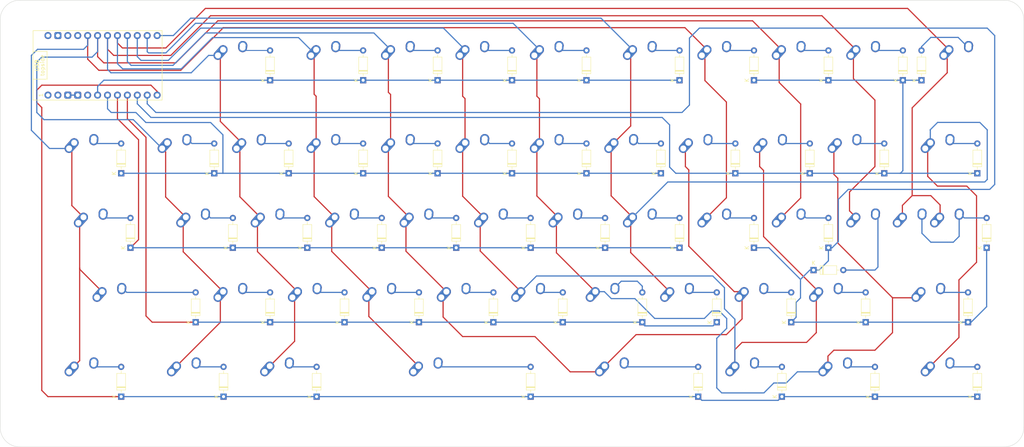
<source format=kicad_pcb>
(kicad_pcb (version 20221018) (generator pcbnew)
  (layers (0 "F.Cu" signal) (31 "B.Cu" signal) (34 "B.Paste" user) (35 "F.Paste" user) (36 "B.SilkS" user "B.Silkscreen") (37 "F.SilkS" user "F.Silkscreen") (38 "B.Mask" user) (39 "F.Mask" user) (44 "Edge.Cuts" user))
  (net 0 "")
  (net 1 "ROW0")
  (net 2 "Net-(D1-A)")
  (net 3 "COL0")
  (net 9 "Net-(D2-A)")
  (net 10 "COL1")
  (net 11 "Net-(D3-A)")
  (net 12 "Net-(D4-A)")
  (net 13 "Net-(D5-A)")
  (net 14 "Net-(D6-A)")
  (net 15 "ROW4")
  (net 16 "Net-(D7-A)")
  (net 17 "Net-(D8-A)")
  (net 18 "Net-(D9-A)")
  (net 19 "Net-(D10-A)")
  (net 20 "COL2")
  (net 21 "COL3")
  (net 22 "COL4")
  (net 23 "COL5")
  (net 24 "COL6")
  (net 25 "COL7")
  (net 26 "GND")
  (net 28 "ROW1")
  (net 29 "ROW2")
  (net 30 "ROW3")
  (net 31 "ROW5")
  (net 32 "ROW6")
  (net 33 "+5V")
  (net 34 "Net-(D11-A)")
  (net 35 "Net-(D12-A)")
  (net 36 "Net-(D13-A)")
  (net 37 "Net-(D14-A)")
  (net 38 "Net-(D15-A)")
  (net 39 "Net-(D16-A)")
  (net 40 "Net-(D17-A)")
  (net 41 "Net-(D18-A)")
  (net 42 "Net-(D19-A)")
  (net 43 "Net-(D20-A)")
  (net 44 "Net-(D21-A)")
  (net 45 "Net-(D22-A)")
  (net 46 "Net-(D23-A)")
  (net 47 "Net-(D24-A)")
  (net 48 "Net-(D25-A)")
  (net 49 "Net-(D26-A)")
  (net 50 "Net-(D27-A)")
  (net 51 "Net-(D28-A)")
  (net 52 "Net-(D29-A)")
  (net 53 "Net-(D30-A)")
  (net 54 "Net-(D31-A)")
  (net 55 "Net-(D32-A)")
  (net 56 "Net-(D33-A)")
  (net 57 "Net-(D34-A)")
  (net 58 "Net-(D35-A)")
  (net 59 "Net-(D36-A)")
  (net 60 "Net-(D37-A)")
  (net 61 "Net-(D38-A)")
  (net 62 "Net-(D39-A)")
  (net 63 "Net-(D40-A)")
  (net 64 "Net-(D41-A)")
  (net 65 "Net-(D42-A)")
  (net 66 "Net-(D43-A)")
  (net 67 "Net-(D44-A)")
  (net 68 "Net-(D45-A)")
  (net 69 "Net-(D46-A)")
  (net 70 "Net-(D47-A)")
  (net 71 "Net-(D48-A)")
  (net 72 "Net-(D49-A)")
  (net 73 "Net-(D50-A)")
  (net 74 "Net-(D51-A)")
  (net 75 "Net-(D52-A)")
  (net 76 "Net-(D53-A)")
  (footprint "Diode_THT:D_DO-35_SOD27_P7.62mm_Horizontal" (layer "F.Cu") (at 147.6375 65.7225 90)
    (fp_text reference "D16" hide)
    (fp_text value "1N4148" hide)
  )
  (footprint "Diode_THT:D_DO-35_SOD27_P7.62mm_Horizontal" (layer "F.Cu") (at 128.5875 65.7225 90)
    (fp_text reference "D15" hide)
    (fp_text value "1N4148" hide)
  )
  (footprint "Diode_THT:D_DO-35_SOD27_P7.62mm_Horizontal" (layer "F.Cu") (at 185.7375 65.7225 90)
    (fp_text reference "D18" hide)
    (fp_text value "1N4148" hide)
  )
  (footprint "Diode_THT:D_DO-35_SOD27_P7.62mm_Horizontal" (layer "F.Cu") (at 128.5875 41.91 90)
    (fp_text reference "D3" hide)
    (fp_text value "1N4148" hide)
  )
  (footprint "Diode_THT:D_DO-35_SOD27_P7.62mm_Horizontal" (layer "F.Cu") (at 166.6875 65.7225 90)
    (fp_text reference "D17" hide)
    (fp_text value "1N4148" hide)
  )
  (footprint "MX_Alps_Hybrid:MX-Alps-Hybrid-1U" (layer "F.Cu") (at 114.3 100.0125)
    (fp_text reference "MX38")
    (fp_text value "MX" hide)
  )
  (footprint "Diode_THT:D_DO-35_SOD27_P7.62mm_Horizontal" (layer "F.Cu") (at 47.625 122.8725 90)
    (fp_text reference "D46" hide)
    (fp_text value "1N4148" hide)
  )
  (footprint "MX_Alps_Hybrid:MX-Alps-Hybrid-1U" (layer "F.Cu") (at 238.125 80.9625)
    (fp_text reference "MX33")
    (fp_text value "MX")
  )
  (footprint "MX_Alps_Hybrid:MX-Alps-Hybrid-1U" (layer "F.Cu") (at 152.4 100.0125)
    (fp_text reference "MX40")
    (fp_text value "MX" hide)
  )
  (footprint "Diode_THT:D_DO-35_SOD27_P7.62mm_Horizontal" (layer "F.Cu") (at 209.55 41.91 90)
    (fp_text reference "D7" hide)
    (fp_text value "1N4148" hide)
  )
  (footprint "Diode_THT:D_DO-35_SOD27_P7.62mm_Horizontal" (layer "F.Cu") (at 190.5 84.7725 90)
    (fp_text reference "D30" hide)
    (fp_text value "1N4148" hide)
  )
  (footprint "Diode_THT:D_DO-35_SOD27_P7.62mm_Horizontal" (layer "F.Cu") (at 180.975 103.8225 90)
    (fp_text reference "D41" hide)
    (fp_text value "1N4148" hide)
  )
  (footprint "Diode_THT:D_DO-35_SOD27_P7.62mm_Horizontal" (layer "F.Cu") (at 166.6875 41.91 90)
    (fp_text reference "D5" hide)
    (fp_text value "1N4148" hide)
  )
  (footprint "Diode_THT:D_DO-35_SOD27_P7.62mm_Horizontal" (layer "F.Cu") (at 95.25 84.7725 90)
    (fp_text reference "D25" hide)
    (fp_text value "1N4148" hide)
  )
  (footprint "Diode_THT:D_DO-35_SOD27_P7.62mm_Horizontal" (layer "F.Cu") (at 85.725 41.91 90)
    (fp_text reference "D1" hide)
    (fp_text value "1N4148" hide)
  )
  (footprint "Diode_THT:D_DO-35_SOD27_P7.62mm_Horizontal" (layer "F.Cu") (at 240.50625 122.8725 90)
    (fp_text reference "D52" hide)
    (fp_text value "1N4148" hide)
  )
  (footprint "Diode_THT:D_DO-35_SOD27_P7.62mm_Horizontal" (layer "F.Cu") (at 264.31875 103.8225 90)
    (fp_text reference "D45" hide)
    (fp_text value "1N4148" hide)
  )
  (footprint "MX_Alps_Hybrid:MX-Alps-Hybrid-1U" (layer "F.Cu") (at 161.925 80.9625)
    (fp_text reference "MX29")
    (fp_text value "MX")
  )
  (footprint "MX_Alps_Hybrid:MX-Alps-Hybrid-1U" (layer "F.Cu") (at 238.125 38.1)
    (fp_text reference "MX9")
    (fp_text value "MX" hide)
  )
  (footprint "MX_Alps_Hybrid:MX-Alps-Hybrid-2.75U-ReversedStabilizers" (layer "F.Cu") (at 126.20625 119.0625)
    (fp_text reference "MX49")
    (fp_text value "MX" hide)
  )
  (footprint "Diode_THT:D_DO-35_SOD27_P7.62mm_Horizontal" (layer "F.Cu") (at 133.35 84.7725 90)
    (fp_text reference "D27" hide)
    (fp_text value "1N4148" hide)
  )
  (footprint "Diode_THT:D_DO-35_SOD27_P7.62mm_Horizontal" (layer "F.Cu") (at 73.81875 122.8725 90)
    (fp_text reference "D47" hide)
    (fp_text value "1N4148" hide)
  )
  (footprint "Diode_THT:D_DO-35_SOD27_P7.62mm_Horizontal" (layer "F.Cu") (at 223.8375 65.7225 90)
    (fp_text reference "D20" hide)
    (fp_text value "1N4148" hide)
  )
  (footprint "MX_Alps_Hybrid:MX-Alps-Hybrid-1U" (layer "F.Cu") (at 180.975 80.9625)
    (fp_text reference "MX30")
    (fp_text value "MX" hide)
  )
  (footprint "Diode_THT:D_DO-35_SOD27_P7.62mm_Horizontal" (layer "F.Cu") (at 266.7 122.8725 90)
    (fp_text reference "D53" hide)
    (fp_text value "1N4148" hide)
  )
  (footprint "Diode_THT:D_DO-35_SOD27_P7.62mm_Horizontal" (layer "F.Cu") (at 114.3 84.7725 90)
    (fp_text reference "D26" hide)
    (fp_text value "1N4148" hide)
  )
  (footprint "Diode_THT:D_DO-35_SOD27_P7.62mm_Horizontal" (layer "F.Cu") (at 224.79 90.4875)
    (fp_text reference "D33" hide)
    (fp_text value "1N4148" hide)
  )
  (footprint "Diode_THT:D_DO-35_SOD27_P7.62mm_Horizontal" (layer "F.Cu") (at 195.2625 122.8725 90)
    (fp_text reference "D50" hide)
    (fp_text value "1N4148" hide)
  )
  (footprint "MX_Alps_Hybrid:MX-Alps-Hybrid-1U" (layer "F.Cu") (at 180.975 38.1)
    (fp_text reference "MX6")
    (fp_text value "MX" hide)
  )
  (footprint "MX_Alps_Hybrid:MX-Alps-Hybrid-1.25U" (layer "F.Cu") (at 230.98125 119.0625)
    (fp_text reference "MX52")
    (fp_text value "MX" hide)
  )
  (footprint "MX_Alps_Hybrid:MX-Alps-Hybrid-1U" (layer "F.Cu") (at 123.825 80.9625)
    (fp_text reference "MX27")
    (fp_text value "MX" hide)
  )
  (footprint "MX_Alps_Hybrid:MX-Alps-Hybrid-1U" (layer "F.Cu") (at 261.9375 38.1)
    (fp_text reference "MX10")
    (fp_text value "MX" hide)
  )
  (footprint "Diode_THT:D_DO-35_SOD27_P7.62mm_Horizontal" (layer "F.Cu") (at 123.825 103.8225 90)
    (fp_text reference "D38" hide)
    (fp_text value "1N4148" hide)
  )
  (footprint "Diode_THT:D_DO-35_SOD27_P7.62mm_Horizontal" (layer "F.Cu") (at 50.00625 84.7725 90)
    (fp_text reference "D23" hide)
    (fp_text value "1N4148" hide)
  )
  (footprint "Diode_THT:D_DO-35_SOD27_P7.62mm_Horizontal" (layer "F.Cu") (at 47.625 65.7225 90)
    (fp_text reference "D11" hide)
    (fp_text value "1N4148" hide)
  )
  (footprint "MX_Alps_Hybrid:MX-Alps-Hybrid-1U" (layer "F.Cu") (at 200.025 80.9625)
    (fp_text reference "MX31")
    (fp_text value "MX" hide)
  )
  (footprint "Diode_THT:D_DO-35_SOD27_P7.62mm_Horizontal" (layer "F.Cu") (at 66.675 103.8225 90)
    (fp_text reference "D35" hide)
    (fp_text value "1N4148" hide)
  )
  (footprint "MountingHole:MountingHole_2.2mm_M2" (layer "F.Cu") (at 273.84375 26.19375)
    (fp_text reference "REF**" hide)
    (fp_text value "MountingHole_2.2mm_M2" hide)
  )
  (footprint "MX_Alps_Hybrid:MX-Alps-Hybrid-1U" (layer "F.Cu") (at 95.25 100.0125)
    (fp_text reference "MX37")
    (fp_text value "MX" hide)
  )
  (footprint "Diode_THT:D_DO-35_SOD27_P7.62mm_Horizontal" (layer "F.Cu") (at 97.63125 122.8725 90)
    (fp_text reference "D48" hide)
    (fp_text value "1N4148" hide)
  )
  (footprint "Diode_THT:D_DO-35_SOD27_P7.62mm_Horizontal" (layer "F.Cu") (at 90.4875 65.7225 90)
    (fp_text reference "D13" hide)
    (fp_text value "1N4148" hide)
  )
  (footprint "Diode_THT:D_DO-35_SOD27_P7.62mm_Horizontal" (layer "F.Cu") (at 104.775 103.8225 90)
    (fp_text reference "D37" hide)
    (fp_text value "1N4148" hide)
  )
  (footprint "Diode_THT:D_DO-35_SOD27_P7.62mm_Horizontal" (layer "F.Cu") (at 200.025 103.8225 90)
    (fp_text reference "D42" hide)
    (fp_text value "1N4148" hide)
  )
  (footprint "MX_Alps_Hybrid:MX-Alps-Hybrid-1U" (layer "F.Cu") (at 190.5 100.0125)
    (fp_text reference "MX42")
    (fp_text value "MX" hide)
  )
  (footprint "MX_Alps_Hybrid:MX-Alps-Hybrid-1U" (layer "F.Cu") (at 157.1625 38.1)
    (fp_text reference "MX5")
    (fp_text value "MX" hide)
  )
  (footprint "Diode_THT:D_DO-35_SOD27_P7.62mm_Horizontal" (layer "F.Cu") (at 142.875 103.8225 90)
    (fp_text reference "D39" hide)
    (fp_text value "1N4148" hide)
  )
  (footprint "MX_Alps_Hybrid:MX-Alps-Hybrid-1U" (layer "F.Cu") (at 138.1125 61.9125)
    (fp_text reference "MX16")
    (fp_text value "MX" hide)
  )
  (footprint "MX_Alps_Hybrid:MX-Alps-Hybrid-1U" (layer "F.Cu") (at 133.35 100.0125)
    (fp_text reference "MX39")
    (fp_text value "MX" hide)
  )
  (footprint "Diode_THT:D_DO-35_SOD27_P7.62mm_Horizontal" (layer "F.Cu") (at 266.7 65.7225 90)
    (fp_text reference "D22" hide)
    (fp_text value "1N4148" hide)
  )
  (footprint "Diode_THT:D_DO-35_SOD27_P7.62mm_Horizontal" (layer "F.Cu") (at 238.125 103.8225 90)
    (fp_text reference "D44" hide)
    (fp_text value "1N4148" hide)
  )
  (footprint "Diode_THT:D_DO-35_SOD27_P7.62mm_Horizontal" (layer "F.Cu") (at 209.55 84.7725 90)
    (fp_text reference "D31" hide)
    (fp_text value "1N4148" hide)
  )
  (footprint "Diode_THT:D_DO-35_SOD27_P7.62mm_Horizontal" (layer "F.Cu") (at 242.8875 65.7225 90)
    (fp_text reference "D21" hide)
    (fp_text value "1N4148" hide)
  )
  (footprint "Diode_THT:D_DO-35_SOD27_P7.62mm_Horizontal" (layer "F.Cu") (at 171.45 84.7725 90)
    (fp_text reference "D29" hide)
    (fp_text value "1N4148" hide)
  )
  (footprint "MountingHole:MountingHole_2.2mm_M2" (layer "F.Cu") (at 273.84375 130.96875)
    (fp_text reference "REF**" hide)
    (fp_text value "MountingHole_2.2mm_M2" hide)
  )
  (footprint "MX_Alps_Hybrid:MX-Alps-Hybrid-1.25U" (layer "F.Cu") (at 207.16875 119.0625)
    (fp_text reference "MX51")
    (fp_text value "MX" hide)
  )
  (footprint "Diode_THT:D_DO-35_SOD27_P7.62mm_Horizontal" (layer "F.Cu") (at 252.4125 41.91 90)
    (fp_text reference "D10" hide)
    (fp_text value "1N4148" hide)
  )
  (footprint "MX_Alps_Hybrid:MX-Alps-Hybrid-1.5U" (layer "F.Cu") (at 257.175 61.9125)
    (fp_text reference "MX22")
    (fp_text value "MX" hide)
  )
  (footprint "MX_Alps_Hybrid:MX-Alps-Hybrid-1U" (layer "F.Cu") (at 219.075 38.1)
    (fp_text reference "MX8")
    (fp_text value "MX" hide)
  )
  (footprint "Diode_THT:D_DO-35_SOD27_P7.62mm_Horizontal" (layer "F.Cu") (at 109.5375 65.7225 90)
    (fp_text reference "D14" hide)
    (fp_text value "1N4148" hide)
  )
  (footprint "MX_Alps_Hybrid:MX-Alps-Hybrid-1U" (layer "F.Cu") (at 142.875 80.9625)
    (fp_text reference "MX28")
    (fp_text value "MX")
  )
  (footprint "Diode_THT:D_DO-35_SOD27_P7.62mm_Horizontal" (layer "F.Cu") (at 152.4 122.8725 90)
    (fp_text reference "D49" hide)
    (fp_text value "1N4148" hide)
  )
  (footprint "Diode_THT:D_DO-35_SOD27_P7.62mm_Horizontal" (layer "F.Cu") (at 71.4375 65.7225 90)
    (fp_text reference "D12" hide)
    (fp_text value "1N4148" hide)
  )
  (footprint "MX_Alps_Hybrid:MX-Alps-Hybrid-1.25U" (layer "F.Cu") (at 64.29375 119.0625)
    (fp_text reference "MX47")
    (fp_text value "MX" hide)
  )
  (footprint "MX_Alps_Hybrid:MX-Alps-Hybrid-1U" (layer "F.Cu") (at 219.075 80.9625)
    (fp_text reference "MX32")
    (fp_text value "MX" hide)
  )
  (footprint "Diode_THT:D_DO-35_SOD27_P7.62mm_Horizontal" (layer "F.Cu") (at 228.6 41.91 90)
    (fp_text reference "D8" hide)
    (fp_text value "1N4148" hide)
  )
  (footprint "Diode_THT:D_DO-35_SOD27_P7.62mm_Horizontal" (layer "F.Cu") (at 85.725 103.8225 90)
    (fp_text reference "D36" hide)
    (fp_text value "1N4148" hide)
  )
  (footprint "MX_Alps_Hybrid:MX-Alps-Hybrid-1U" (layer "F.Cu") (at 233.3625 61.9125)
    (fp_text reference "MX21")
    (fp_text value "MX" hide)
  )
  (footprint "MX_Alps_Hybrid:MX-Alps-Hybrid-1.75U" (layer "F.Cu") (at 254.79375 100.0125)
    (fp_text reference "MX45")
    (fp_text value "MX" hide)
  )
  (footprint "MX_Alps_Hybrid:MX-Alps-Hybrid-1U" (layer "F.Cu") (at 61.9125 61.9125)
    (fp_text reference "MX12")
    (fp_text value "MX" hide)
  )
  (footprint "MX_Alps_Hybrid:MX-Alps-Hybrid-1U" (layer "F.Cu") (at 66.675 80.9625)
    (fp_text reference "MX24")
    (fp_text value "MX")
  )
  (footprint "Diode_THT:D_DO-35_SOD27_P7.62mm_Horizontal" (layer "F.Cu") (at 269.08125 84.7725 90)
    (fp_text reference "D34" hide)
    (fp_text value "1N4148" hide)
  )
  (footprint "Diode_THT:D_DO-35_SOD27_P7.62mm_Horizontal" (layer "F.Cu") (at 247.65 41.91 90)
    (fp_text reference "D9" hide)
    (fp_text value "1N4148" hide)
  )
  (footprint "Diode_THT:D_DO-35_SOD27_P7.62mm_Horizontal" (layer "F.Cu") (at 190.5 41.91 90)
    (fp_text reference "D6" hide)
    (fp_text value "1N4148" hide)
  )
  (footprint "MX_Alps_Hybrid:MX-Alps-Hybrid-2.25U-ReversedStabilizers" (layer "F.Cu") (at 45.24375 100.0125)
    (fp_text reference "MX35")
    (fp_text value "MX" hide)
  )
  (footprint "MX_Alps_Hybrid:MX-Alps-Hybrid-1U" (layer "F.Cu") (at 195.2625 61.9125)
    (fp_text reference "MX19")
    (fp_text value "MX" hide)
  )
  (footprint "MX_Alps_Hybrid:MX-Alps-Hybrid-2.25U-ReversedStabilizers" (layer "F.Cu") (at 173.83125 119.0625)
    (fp_text reference "MX50")
    (fp_text value "MX" hide)
  )
  (footprint "MX_Alps_Hybrid:MX-Alps-Hybrid-1U" (layer "F.Cu") (at 157.1625 61.9125)
    (fp_text reference "MX17")
    (fp_text value "MX" hide)
  )
  (footprint "MX_Alps_Hybrid:MX-Alps-Hybrid-1U" (layer "F.Cu") (at 100.0125 61.9125)
    (fp_text reference "MX14")
    (fp_text value "MX" hide)
  )
  (footprint "Diode_THT:D_DO-35_SOD27_P7.62mm_Horizontal" (layer "F.Cu") (at 216.69375 122.8725 90)
    (fp_text reference "D51" hide)
    (fp_text value "1N4148" hide)
  )
  (footprint "MountingHole:MountingHole_2.2mm_M2" (layer "F.Cu") (at 21.43125 130.96875)
    (fp_text reference "REF**" hide)
    (fp_text value "MountingHole_2.2mm_M2" hide)
  )
  (footprint "MX_Alps_Hybrid:MX-Alps-Hybrid-1U" (layer "F.Cu") (at 104.775 80.9625)
    (fp_text reference "MX26")
    (fp_text value "MX" hide)
  )
  (footprint "MX_Alps_Hybrid:MX-Alps-Hybrid-1U" (layer "F.Cu") (at 176.2125 61.9125)
    (fp_text reference "MX18")
    (fp_text value "MX" hide)
  )
  (footprint "MX_Alps_Hybrid:MX-Alps-Hybrid-1U" (layer "F.Cu") (at 119.0625 38.1)
    (fp_text reference "MX3")
    (fp_text value "MX" hide)
  )
  (footprint "MX_Alps_Hybrid:MX-Alps-Hybrid-2.25U-ReversedStabilizers" (layer "F.Cu") (at 250.03125 80.9625)
    (fp_text reference "MX34-1")
    (fp_text value "MX")
  )
  (footprint "MX_Alps_Hybrid:MX-Alps-Hybrid-1U" (layer "F.Cu") (at 214.3125 61.9125)
    (fp_text reference "MX20")
    (fp_text value "MX" hide)
  )
  (footprint "MX_Alps_Hybrid:MX-Alps-Hybrid-1.25U" (layer "F.Cu") (at 259.55625 80.9625)
    (fp_text reference "MX34")
    (fp_text value "MX" hide)
  )
  (footprint "MX_Alps_Hybrid:MX-Alps-Hybrid-1U" (layer "F.Cu") (at 100.0125 38.1)
    (fp_text reference "MX2")
    (fp_text value "MX" hide)
  )
  (footprint "Diode_THT:D_DO-35_SOD27_P7.62mm_Horizontal" (layer "F.Cu") (at 204.7875 65.7225 90)
    (fp_text reference "D19" hide)
    (fp_text value "1N4148" hide)
  )
  (footprint "MX_Alps_Hybrid:MX-Alps-Hybrid-1U" (layer "F.Cu") (at 76.2 38.1)
    (fp_text reference "MX1")
    (fp_text value "MX" hide)
  )
  (footprint "Diode_THT:D_DO-35_SOD27_P7.62mm_Horizontal" (layer "F.Cu") (at 228.6 84.7725 90)
    (fp_text reference "D32" hide)
    (fp_text value "1N4148" hide)
  )
  (footprint "Diode_THT:D_DO-35_SOD27_P7.62mm_Horizontal" (layer "F.Cu") (at 76.2 84.7725 90)
    (fp_text reference "D24" hide)
    (fp_text value "1N4148" hide)
  )
  (footprint "MX_Alps_Hybrid:MX-Alps-Hybrid-1.75U" (layer "F.Cu") (at 40.48125 80.9625)
    (fp_text reference "MX23")
    (fp_text value "MX" hide)
  )
  (footprint "MX_Alps_Hybrid:MX-Alps-Hybrid-1U" (layer "F.Cu") (at 200.025 38.1)
    (fp_text reference "MX7")
    (fp_text value "MX" hide)
  )
  (footprint "MX_Alps_Hybrid:MX-Alps-Hybrid-1U" (layer "F.Cu") (at 138.1125 38.1)
    (fp_text reference "MX4")
    (fp_text value "MX" hide)
  )
  (footprint "PCM_marbastlib-xp-promicroish:ProMicro_USBup" (layer "F.Cu") (at 42.8625 38.1 90)
    (fp_text reference "U1" hide)
    (fp_text value "ProMicro" hide)
  )
  (footprint "MX_Alps_Hybrid:MX-Alps-Hybrid-1U" (layer "F.Cu") (at 119.0625 61.9125)
    (fp_text reference "MX15")
    (fp_text value "MX" hide)
  )
  (footprint "MX_Alps_Hybrid:MX-Alps-Hybrid-1U" (layer "F.Cu") (at 80.9625 61.9125)
    (fp_text reference "MX13")
    (fp_text value "MX" hide)
  )
  (footprint "MX_Alps_Hybrid:MX-Alps-Hybrid-1.25U" (layer "F.Cu") (at 88.1475 119.0625)
    (fp_text reference "MX48")
    (fp_text value "MX" hide)
  )
  (footprint "Diode_THT:D_DO-35_SOD27_P7.62mm_Horizontal" (layer "F.Cu") (at 152.4 84.7725 90)
    (fp_text reference "D28" hide)
    (fp_text value "1N4148" hide)
  )
  (footprint "MX_Alps_Hybrid:MX-Alps-Hybrid-1.5U" (layer "F.Cu") (at 257.175 119.0625)
    (fp_text reference "MX53")
    (fp_text value "MX" hide)
  )
  (footprint "MX_Alps_Hybrid:MX-Alps-Hybrid-1.5U" (layer "F.Cu") (at 38.1 119.0625)
    (fp_text reference "MX46")
    (fp_text value "MX" hide)
  )
  (footprint "MX_Alps_Hybrid:MX-Alps-Hybrid-1U" (layer "F.Cu") (at 76.2 100.0125)
    (fp_text reference "MX36")
    (fp_text value "MX" hide)
  )
  (footprint "MountingHole:MountingHole_2.2mm_M2" (layer "F.Cu") (at 21.43125 26.19375)
    (fp_text reference "REF**" hide)
    (fp_text value "MountingHole_2.2mm_M2" hide)
  )
  (footprint "MX_Alps_Hybrid:MX-Alps-Hybrid-1.5U" (layer "F.Cu") (at 38.1 61.9125)
    (fp_text reference "MX11")
    (fp_text value "MX" hide)
  )
  (footprint "MX_Alps_Hybrid:MX-Alps-Hybrid-1U" (layer "F.Cu") (at 171.45 100.0125)
    (fp_text reference "MX41")
    (fp_text value "MX" hide)
  )
  (footprint "Diode_THT:D_DO-35_SOD27_P7.62mm_Horizontal" (layer "F.Cu") (at 219.075 103.8225 90)
    (fp_text reference "D43" hide)
    (fp_text value "1N4148" hide)
  )
  (footprint "MX_Alps_Hybrid:MX-Alps-Hybrid-1U" (layer "F.Cu") (at 228.6 100.0125)
    (fp_text reference "MX44")
    (fp_text value "MX" hide)
  )
  (footprint "MX_Alps_Hybrid:MX-Alps-Hybrid-1U" (layer "F.Cu") (at 209.55 100.0125)
    (fp_text reference "MX43")
    (fp_text value "MX" hide)
  )
  (footprint "MX_Alps_Hybrid:MX-Alps-Hybrid-1U" (layer "F.Cu") (at 85.725 80.9625)
    (fp_text reference "MX25")
    (fp_text value "MX" hide)
  )
  (footprint "Diode_THT:D_DO-35_SOD27_P7.62mm_Horizontal" (layer "F.Cu") (at 147.6375 41.91 90)
    (fp_text reference "D4" hide)
    (fp_text value "1N4148" hide)
  )
  (footprint "Diode_THT:D_DO-35_SOD27_P7.62mm_Horizontal" (layer "F.Cu") (at 109.5375 41.91 90)
    (fp_text reference "D2" hide)
    (fp_text value "1N4148" hide)
  )
  (footprint "Diode_THT:D_DO-35_SOD27_P7.62mm_Horizontal" (layer "F.Cu") (at 160.625 103.8225 90)
    (fp_text reference "D40" hide)
    (fp_text value "1N4148" hide)
  )
  (gr_arc (start 278.60625 130.73125) (mid 277.141799 134.266799) (end 273.60625 135.73125) (stroke (width 0.1)) (layer "Edge.Cuts"))
  (gr_arc (start 21.66875 135.73125) (mid 18.133216 134.266784) (end 16.66875 130.73125) (stroke (width 0.1)) (layer "Edge.Cuts"))
  (gr_line (start 21.66875 21.43125) (end 273.60625 21.43125) (stroke (width 0.1)) (layer "Edge.Cuts"))
  (gr_arc (start 16.66875 26.43125) (mid 18.133216 22.895716) (end 21.66875 21.43125) (stroke (width 0.1)) (layer "Edge.Cuts"))
  (gr_line (start 16.66875 130.73125) (end 16.66875 26.43125) (stroke (width 0.1)) (layer "Edge.Cuts"))
  (gr_arc (start 273.60625 21.43125) (mid 277.141799 22.895701) (end 278.60625 26.43125) (stroke (width 0.1)) (layer "Edge.Cuts"))
  (gr_line (start 273.60625 135.73125) (end 21.66875 135.73125) (stroke (width 0.1)) (layer "Edge.Cuts"))
  (gr_line (start 278.60625 26.43125) (end 278.60625 130.73125) (stroke (width 0.1)) (layer "Edge.Cuts"))
  (segment (start 190.5 41.91) (end 166.6875 41.91) (width 0.3) (layer "B.Cu") (net 1))
  (segment (start 109.5375 41.91) (end 128.5875 41.91) (width 0.3) (layer "B.Cu") (net 1))
  (segment (start 43.18 41.91) (end 41.5925 43.4975) (width 0.3) (layer "B.Cu") (net 1))
  (segment (start 85.725 41.91) (end 43.18 41.91) (width 0.3) (layer "B.Cu") (net 1))
  (segment (start 128.5875 41.91) (end 147.6375 41.91) (width 0.3) (layer "B.Cu") (net 1))
  (segment (start 41.5925 43.4975) (end 41.5925 45.72) (width 0.3) (layer "B.Cu") (net 1))
  (segment (start 166.6875 41.91) (end 147.6375 41.91) (width 0.3) (layer "B.Cu") (net 1))
  (segment (start 85.725 41.91) (end 109.5375 41.91) (width 0.3) (layer "B.Cu") (net 1))
  (segment (start 78.7 33.6) (end 79.39 34.29) (width 0.254) (layer "B.Cu") (net 2))
  (segment (start 79.39 34.29) (end 85.725 34.29) (width 0.254) (layer "B.Cu") (net 2))
  (segment (start 202.5 47.5) (end 197 42) (width 0.3) (layer "F.Cu") (net 3))
  (segment (start 35 60) (end 35 73.98125) (width 0.3) (layer "F.Cu") (net 3))
  (segment (start 39.0525 30.48) (end 39.0525 36.5125) (width 0.3) (layer "F.Cu") (net 3))
  (segment (start 36.67125 78.4225) (end 36.67125 78.67125) (width 0.3) (layer "F.Cu") (net 3))
  (segment (start 202.5 71.9875) (end 202.5 47.5) (width 0.3) (layer "F.Cu") (net 3))
  (segment (start 34.29 59.3725) (end 34.3725 59.3725) (width 0.3) (layer "F.Cu") (net 3))
  (segment (start 36.67125 78.67125) (end 37 79) (width 0.3) (layer "F.Cu") (net 3))
  (segment (start 37 113.6625) (end 37 90) (width 0.3) (layer "F.Cu") (net 3))
  (segment (start 37 90.26875) (end 42.74375 96.0125) (width 0.3) (layer "F.Cu") (net 3))
  (segment (start 35.6 115.0625) (end 37 113.6625) (width 0.3) (layer "F.Cu") (net 3))
  (segment (start 35 73.98125) (end 37.98125 76.9625) (width 0.3) (layer "F.Cu") (net 3))
  (segment (start 197 36.345) (end 196.215 35.56) (width 0.3) (layer "F.Cu") (net 3))
  (segment (start 37 79) (end 37 90) (width 0.3) (layer "F.Cu") (net 3))
  (segment (start 39.0525 36.5125) (end 41.91 39.37) (width 0.3) (layer "F.Cu") (net 3))
  (segment (start 41.91 39.37) (end 62.865 39.37) (width 0.3) (layer "F.Cu") (net 3))
  (segment (start 73.66 28.46) (end 191.885 28.46) (width 0.3) (layer "F.Cu") (net 3))
  (segment (start 73.66 28.575) (end 73.66 28.46) (width 0.3) (layer "F.Cu") (net 3))
  (segment (start 34.3725 59.3725) (end 35 60) (width 0.3) (layer "F.Cu") (net 3))
  (segment (start 62.865 39.37) (end 73.66 28.575) (width 0.3) (layer "F.Cu") (net 3))
  (segment (start 191.885 28.46) (end 197.525 34.1) (width 0.3) (layer "F.Cu") (net 3))
  (segment (start 37 90) (end 37 90.26875) (width 0.3) (layer "F.Cu") (net 3))
  (segment (start 197 42) (end 197 36.345) (width 0.3) (layer "F.Cu") (net 3))
  (segment (start 197.525 76.9625) (end 202.5 71.9875) (width 0.3) (layer "F.Cu") (net 3))
  (segment (start 24.6525 54.7225) (end 24.6525 35.56) (width 0.3) (layer "B.Cu") (net 3))
  (segment (start 39.0525 32.9475) (end 39.0525 30.48) (width 0.3) (layer "B.Cu") (net 3))
  (segment (start 34.29 59.3725) (end 29.3025 59.3725) (width 0.3) (layer "B.Cu") (net 3))
  (segment (start 26.2125 34) (end 38 34) (width 0.3) (layer "B.Cu") (net 3))
  (segment (start 38 34) (end 39.0525 32.9475) (width 0.3) (layer "B.Cu") (net 3))
  (segment (start 29.3025 59.3725) (end 24.6525 54.7225) (width 0.3) (layer "B.Cu") (net 3))
  (segment (start 24.6525 35.56) (end 26.2125 34) (width 0.3) (layer "B.Cu") (net 3))
  (segment (start 102.5125 33.6) (end 103.2025 34.29) (width 0.3) (layer "B.Cu") (net 9))
  (segment (start 103.2025 34.29) (end 109.5375 34.29) (width 0.3) (layer "B.Cu") (net 9))
  (segment (start 41.5925 30.48) (end 41.5925 35.8775) (width 0.3) (layer "F.Cu") (net 10))
  (segment (start 43.18 37.465) (end 61.595 37.465) (width 0.3) (layer "F.Cu") (net 10))
  (segment (start 63.5 85.8125) (end 63.5 79.0575) (width 0.3) (layer "F.Cu") (net 10))
  (segment (start 209.18 26.705) (end 216.575 34.1) (width 0.3) (layer "F.Cu") (net 10))
  (segment (start 216.575 76.9625) (end 221.5 72.0375) (width 0.3) (layer "F.Cu") (net 10))
  (segment (start 41.5925 35.8775) (end 43.18 37.465) (width 0.3) (layer "F.Cu") (net 10))
  (segment (start 59 60.27) (end 58.1025 59.3725) (width 0.3) (layer "F.Cu") (net 10))
  (segment (start 73.7 96.0125) (end 63.5 85.8125) (width 0.3) (layer "F.Cu") (net 10))
  (segment (start 221.5 48) (end 216 42.5) (width 0.3) (layer "F.Cu") (net 10))
  (segment (start 221.5 72.0375) (end 221.5 48) (width 0.3) (layer "F.Cu") (net 10))
  (segment (start 72.355 26.705) (end 209.18 26.705) (width 0.3) (layer "F.Cu") (net 10))
  (segment (start 216 36.295) (end 215.265 35.56) (width 0.3) (layer "F.Cu") (net 10))
  (segment (start 64.175 76.9625) (end 59 71.7875) (width 0.3) (layer "F.Cu") (net 10))
  (segment (start 73 103.85625) (end 73 98.0825) (width 0.3) (layer "F.Cu") (net 10))
  (segment (start 216 42.5) (end 216 36.295) (width 0.3) (layer "F.Cu") (net 10))
  (segment (start 63.5 79.0575) (end 62.865 78.4225) (width 0.3) (layer "F.Cu") (net 10))
  (segment (start 73 98.0825) (end 72.39 97.4725) (width 0.3) (layer "F.Cu") (net 10))
  (segment (start 59 71.7875) (end 59 60.27) (width 0.3) (layer "F.Cu") (net 10))
  (segment (start 61.595 37.465) (end 72.355 26.705) (width 0.3) (layer "F.Cu") (net 10))
  (segment (start 61.79375 115.0625) (end 73 103.85625) (width 0.3) (layer "F.Cu") (net 10))
  (segment (start 27.87 52) (end 26.035 50.165) (width 0.3) (layer "B.Cu") (net 10))
  (segment (start 26.035 50.165) (end 26.035 37.27) (width 0.3) (layer "B.Cu") (net 10))
  (segment (start 26.035 37.27) (end 27.305 36) (width 0.3) (layer "B.Cu") (net 10))
  (segment (start 41.5925 34.5925) (end 41.5925 30.48) (width 0.3) (layer "B.Cu") (net 10))
  (segment (start 58.1025 59.3725) (end 50.73 52) (width 0.3) (layer "B.Cu") (net 10))
  (segment (start 40.185 36) (end 41.5925 34.5925) (width 0.3) (layer "B.Cu") (net 10))
  (segment (start 27.305 36) (end 40.185 36) (width 0.3) (layer "B.Cu") (net 10))
  (segment (start 27.87 52) (end 50.73 52) (width 0.3) (layer "B.Cu") (net 10))
  (segment (start 121.5625 33.6) (end 122.2525 34.29) (width 0.3) (layer "B.Cu") (net 11))
  (segment (start 122.2525 34.29) (end 128.5875 34.29) (width 0.3) (layer "B.Cu") (net 11))
  (segment (start 141.3025 34.29) (end 147.6375 34.29) (width 0.3) (layer "B.Cu") (net 12))
  (segment (start 140.6125 33.6) (end 141.3025 34.29) (width 0.3) (layer "B.Cu") (net 12))
  (segment (start 159.6625 33.6) (end 160.3525 34.29) (width 0.3) (layer "B.Cu") (net 13))
  (segment (start 160.3525 34.29) (end 166.6875 34.29) (width 0.3) (layer "B.Cu") (net 13))
  (segment (start 183.475 33.6) (end 184.165 34.29) (width 0.3) (layer "B.Cu") (net 14))
  (segment (start 184.165 34.29) (end 190.5 34.29) (width 0.3) (layer "B.Cu") (net 14))
  (segment (start 242.8875 65.7225) (end 204.7875 65.7225) (width 0.3) (layer "B.Cu") (net 15))
  (segment (start 247.65 65) (end 247.65 65.0725) (width 0.3) (layer "B.Cu") (net 15))
  (segment (start 55.245 51.435) (end 51.7525 47.9425) (width 0.3) (layer "B.Cu") (net 15))
  (segment (start 187.96 64.135) (end 187.96 53.34) (width 0.3) (layer "B.Cu") (net 15))
  (segment (start 247.65 41.91) (end 228.6 41.91) (width 0.3) (layer "B.Cu") (net 15))
  (segment (start 187.96 53.34) (end 186.055 51.435) (width 0.3) (layer "B.Cu") (net 15))
  (segment (start 51.7525 47.9425) (end 51.7525 45.72) (width 0.3) (layer "B.Cu") (net 15))
  (segment (start 204.7875 65.7225) (end 189.5475 65.7225) (width 0.3) (layer "B.Cu") (net 15))
  (segment (start 247.65 65.0725) (end 247 65.7225) (width 0.3) (layer "B.Cu") (net 15))
  (segment (start 247.65 41.91) (end 247.65 65) (width 0.3) (layer "B.Cu") (net 15))
  (segment (start 252.4125 41.91) (end 247.65 41.91) (width 0.3) (layer "B.Cu") (net 15))
  (segment (start 186.055 51.435) (end 55.245 51.435) (width 0.3) (layer "B.Cu") (net 15))
  (segment (start 247 65.7225) (end 266.7 65.7225) (width 0.3) (layer "B.Cu") (net 15))
  (segment (start 189.5475 65.7225) (end 187.96 64.135) (width 0.3) (layer "B.Cu") (net 15))
  (segment (start 247 65.7225) (end 242.8875 65.7225) (width 0.3) (layer "B.Cu") (net 15))
  (segment (start 228.6 41.91) (end 209.55 41.91) (width 0.3) (layer "B.Cu") (net 15))
  (segment (start 202.525 33.6) (end 203.215 34.29) (width 0.3) (layer "B.Cu") (net 16))
  (segment (start 203.215 34.29) (end 209.55 34.29) (width 0.3) (layer "B.Cu") (net 16))
  (segment (start 228.6 34.29) (end 222.265 34.29) (width 0.3) (layer "B.Cu") (net 17))
  (segment (start 222.265 34.29) (end 221.575 33.6) (width 0.3) (layer "B.Cu") (net 17))
  (segment (start 241.315 34.29) (end 240.625 33.6) (width 0.3) (layer "B.Cu") (net 18))
  (segment (start 247.65 34.29) (end 241.315 34.29) (width 0.3) (layer "B.Cu") (net 18))
  (segment (start 261.79375 30.95625) (end 254.79375 30.95625) (width 0.3) (layer "B.Cu") (net 19))
  (segment (start 252.4125 33.3375) (end 252.4125 34.29) (width 0.3) (layer "B.Cu") (net 19))
  (segment (start 264.4375 33.6) (end 261.79375 30.95625) (width 0.3) (layer "B.Cu") (net 19))
  (segment (start 254.79375 30.95625) (end 252.4125 33.3375) (width 0.3) (layer "B.Cu") (net 19))
  (segment (start 60.325 35.56) (end 45.72 35.56) (width 0.3) (layer "F.Cu") (net 20))
  (segment (start 235 36.245) (end 234.315 35.56) (width 0.3) (layer "F.Cu") (net 20))
  (segment (start 235.625 76.9625) (end 234 75.3375) (width 0.3) (layer "F.Cu") (net 20))
  (segment (start 92 98.0325) (end 91.44 97.4725) (width 0.3) (layer "F.Cu") (net 20))
  (segment (start 73 52.45) (end 73 36.17) (width 0.3) (layer "F.Cu") (net 20))
  (segment (start 235 41.5) (end 235 36.245) (width 0.3) (layer "F.Cu") (net 20))
  (segment (start 235.625 34.1) (end 226.925 25.4) (width 0.3) (layer "F.Cu") (net 20))
  (segment (start 92.75 96.0125) (end 82.5 85.7625) (width 0.3) (layer "F.Cu") (net 20))
  (segment (start 44.1325 33.9725) (end 44.1325 30.48) (width 0.3) (layer "F.Cu") (net 20))
  (segment (start 85.6475 115.0625) (end 92 108.71) (width 0.3) (layer "F.Cu") (net 20))
  (segment (start 240.5 64) (end 240.5 47) (width 0.3) (layer "F.Cu") (net 20))
  (segment (start 226.925 25.4) (end 70.485 25.4) (width 0.3) (layer "F.Cu") (net 20))
  (segment (start 70.485 25.4) (end 60.325 35.56) (width 0.3) (layer "F.Cu") (net 20))
  (segment (start 78 60.22) (end 77.1525 59.3725) (width 0.3) (layer "F.Cu") (net 20))
  (segment (start 78 71.7375) (end 78 60.22) (width 0.3) (layer "F.Cu") (net 20))
  (segment (start 45.72 35.56) (end 44.1325 33.9725) (width 0.3) (layer "F.Cu") (net 20))
  (segment (start 240.5 47) (end 235 41.5) (width 0.3) (layer "F.Cu") (net 20))
  (segment (start 234 75.3375) (end 234 70.5) (width 0.3) (layer "F.Cu") (net 20))
  (segment (start 83.225 76.9625) (end 78 71.7375) (width 0.3) (layer "F.Cu") (net 20))
  (segment (start 92 108.71) (end 92 98.0325) (width 0.3) (layer "F.Cu") (net 20))
  (segment (start 73 36.17) (end 72.39 35.56) (width 0.3) (layer "F.Cu") (net 20))
  (segment (start 78.4625 57.9125) (end 73 52.45) (width 0.3) (layer "F.Cu") (net 20))
  (segment (start 234 70.5) (end 240.5 64) (width 0.3) (layer "F.Cu") (net 20))
  (segment (start 82.5 79.0075) (end 81.915 78.4225) (width 0.3) (layer "F.Cu") (net 20))
  (segment (start 82.5 85.7625) (end 82.5 79.0075) (width 0.3) (layer "F.Cu") (net 20))
  (segment (start 44.1325 39.1325) (end 45 40) (width 0.3) (layer "B.Cu") (net 20))
  (segment (start 70 35.56) (end 72.39 35.56) (width 0.3) (layer "B.Cu") (net 20))
  (segment (start 65.56 40) (end 70 35.56) (width 0.3) (layer "B.Cu") (net 20))
  (segment (start 45 40) (end 65.56 40) (width 0.3) (layer "B.Cu") (net 20))
  (segment (start 44.1325 30.48) (end 44.1325 39.1325) (width 0.3) (layer "B.Cu") (net 20))
  (segment (start 123.70625 115.0625) (end 111 102.35625) (width 0.3) (layer "F.Cu") (net 21))
  (segment (start 97 36.3575) (end 96.2025 35.56) (width 0.3) (layer "F.Cu") (net 21))
  (segment (start 111 97.9825) (end 110.49 97.4725) (width 0.3) (layer "F.Cu") (net 21))
  (segment (start 97 45.5) (end 97 36.3575) (width 0.3) (layer "F.Cu") (net 21))
  (segment (start 101.5 78.9575) (end 100.965 78.4225) (width 0.3) (layer "F.Cu") (net 21))
  (segment (start 97.5125 46.0125) (end 97 45.5) (width 0.3) (layer "F.Cu") (net 21))
  (segment (start 247.53125 73.9375) (end 247.53125 76.9625) (width 0.3) (layer "F.Cu") (net 21))
  (segment (start 250.03125 71.4375) (end 250.03125 48.96875) (width 0.3) (layer "F.Cu") (net 21))
  (segment (start 101.5 85.7125) (end 101.5 78.9575) (width 0.3) (layer "F.Cu") (net 21))
  (segment (start 111.8 96.0125) (end 101.5 85.7125) (width 0.3) (layer "F.Cu") (net 21))
  (segment (start 257.175 76.99375) (end 257.175 73.81875) (width 0.3) (layer "F.Cu") (net 21))
  (segment (start 46.6725 32.385) (end 46.6725 30.48) (width 0.3) (layer "F.Cu") (net 21))
  (segment (start 69.17125 23.53875) (end 59.055 33.655) (width 0.3) (layer "F.Cu") (net 21))
  (segment (start 248.87625 23.53875) (end 69.17125 23.53875) (width 0.3) (layer "F.Cu") (net 21))
  (segment (start 111 102.35625) (end 111 97.9825) (width 0.3) (layer "F.Cu") (net 21))
  (segment (start 259 36.4325) (end 258.1275 35.56) (width 0.3) (layer "F.Cu") (net 21))
  (segment (start 59.055 33.655) (end 47.9425 33.655) (width 0.3) (layer "F.Cu") (net 21))
  (segment (start 97 60.17) (end 96.2025 59.3725) (width 0.3) (layer "F.Cu") (net 21))
  (segment (start 102.275 76.9625) (end 97 71.6875) (width 0.3) (layer "F.Cu") (net 21))
  (segment (start 250.03125 48.96875) (end 259 40) (width 0.3) (layer "F.Cu") (net 21))
  (segment (start 254.79375 71.4375) (end 250.03125 71.4375) (width 0.3) (layer "F.Cu") (net 21))
  (segment (start 250.03125 71.4375) (end 247.53125 73.9375) (width 0.3) (layer "F.Cu") (net 21))
  (segment (start 257.175 73.81875) (end 254.79375 71.4375) (width 0.3) (layer "F.Cu") (net 21))
  (segment (start 259.4375 34.1) (end 248.87625 23.53875) (width 0.3) (layer "F.Cu") (net 21))
  (segment (start 259 40) (end 259 36.4325) (width 0.3) (layer "F.Cu") (net 21))
  (segment (start 97 71.6875) (end 97 60.17) (width 0.3) (layer "F.Cu") (net 21))
  (segment (start 97.5125 57.9125) (end 97.5125 46.0125) (width 0.3) (layer "F.Cu") (net 21))
  (segment (start 47.9425 33.655) (end 46.6725 32.385) (width 0.3) (layer "F.Cu") (net 21))
  (segment (start 48 39) (end 46.6725 37.6725) (width 0.3) (layer "B.Cu") (net 21))
  (segment (start 46.6725 37.6725) (end 46.6725 30.48) (width 0.3) (layer "B.Cu") (net 21))
  (segment (start 255.74625 78.4225) (end 257.175 76.99375) (width 0.3) (layer "B.Cu") (net 21))
  (segment (start 96.2025 35.56) (end 96.2025 34.2025) (width 0.3) (layer "B.Cu") (net 21))
  (segment (start 71 31) (end 63 39) (width 0.3) (layer "B.Cu") (net 21))
  (segment (start 96.2025 34.2025) (end 93 31) (width 0.3) (layer "B.Cu") (net 21))
  (segment (start 93 31) (end 71 31) (width 0.3) (layer "B.Cu") (net 21))
  (segment (start 63 39) (end 48 39) (width 0.3) (layer "B.Cu") (net 21))
  (segment (start 116 45) (end 116 36.3075) (width 0.3) (layer "F.Cu") (net 22))
  (segment (start 192 64) (end 192 59.92) (width 0.3) (layer "F.Cu") (net 22))
  (segment (start 121.325 76.9625) (end 116 71.6375) (width 0.3) (layer "F.Cu") (net 22))
  (segment (start 116 36.3075) (end 115.2525 35.56) (width 0.3) (layer "F.Cu") (net 22))
  (segment (start 204.5125 96.0125) (end 192.8686 84.3686) (width 0.3) (layer "F.Cu") (net 22))
  (segment (start 120.5 78.9075) (end 120.015 78.4225) (width 0.3) (layer "F.Cu") (net 22))
  (segment (start 116 60.12) (end 115.2525 59.3725) (width 0.3) (layer "F.Cu") (net 22))
  (segment (start 116.5625 57.9125) (end 116.5625 45.5625) (width 0.3) (layer "F.Cu") (net 22))
  (segment (start 162.5225 116.5225) (end 170.02125 116.5225) (width 0.3) (layer "F.Cu") (net 22))
  (segment (start 116 71.6375) (end 116 60.12) (width 0.3) (layer "F.Cu") (net 22))
  (segment (start 130 102.5) (end 135 107.5) (width 0.3) (layer "F.Cu") (net 22))
  (segment (start 153.5 107.5) (end 162.5225 116.5225) (width 0.3) (layer "F.Cu") (net 22))
  (segment (start 129.54 97.4725) (end 130 97.9325) (width 0.3) (layer "F.Cu") (net 22))
  (segment (start 130 97.9325) (end 130 102.5) (width 0.3) (layer "F.Cu") (net 22))
  (segment (start 116.5625 45.5625) (end 116 45) (width 0.3) (layer "F.Cu") (net 22))
  (segment (start 206.5 103) (end 206.5 98.2325) (width 0.3) (layer "F.Cu") (net 22))
  (segment (start 135 107.5) (end 153.5 107.5) (width 0.3) (layer "F.Cu") (net 22))
  (segment (start 171.33125 115.0625) (end 179.39375 107) (width 0.3) (layer "F.Cu") (net 22))
  (segment (start 192 59.92) (end 191.4525 59.3725) (width 0.3) (layer "F.Cu") (net 22))
  (segment (start 179.39375 107) (end 202.5 107) (width 0.3) (layer "F.Cu") (net 22))
  (segment (start 207.05 96.0125) (end 204.5125 96.0125) (width 0.3) (layer "F.Cu") (net 22))
  (segment (start 206.5 98.2325) (end 205.74 97.4725) (width 0.3) (layer "F.Cu") (net 22))
  (segment (start 120.5 85.6625) (end 120.5 78.9075) (width 0.3) (layer "F.Cu") (net 22))
  (segment (start 192.8686 84.3686) (end 192.8686 64.8686) (width 0.3) (layer "F.Cu") (net 22))
  (segment (start 130.85 96.0125) (end 120.5 85.6625) (width 0.3) (layer "F.Cu") (net 22))
  (segment (start 192.8686 64.8686) (end 192 64) (width 0.3) (layer "F.Cu") (net 22))
  (segment (start 202.5 107) (end 206.5 103) (width 0.3) (layer "F.Cu") (net 22))
  (segment (start 112.2775 29.815) (end 116.5625 34.1) (width 0.3) (layer "B.Cu") (net 22))
  (segment (start 69.185 29.815) (end 112.2775 29.815) (width 0.3) (layer "B.Cu") (net 22))
  (segment (start 50.165 38.1) (end 60.9 38.1) (width 0.3) (layer "B.Cu") (net 22))
  (segment (start 60.9 38.1) (end 69.185 29.815) (width 0.3) (layer "B.Cu") (net 22))
  (segment (start 49.2125 37.1475) (end 50.165 38.1) (width 0.3) (layer "B.Cu") (net 22))
  (segment (start 49.2125 30.48) (end 49.2125 37.1475) (width 0.3) (layer "B.Cu") (net 22))
  (segment (start 204.66875 110.83125) (end 206.5 109) (width 0.3) (layer "F.Cu") (net 23))
  (segment (start 139.5 78.8575) (end 139.065 78.4225) (width 0.3) (layer "F.Cu") (net 23))
  (segment (start 211 59.87) (end 210.5025 59.3725) (width 0.3) (layer "F.Cu") (net 23))
  (segment (start 225.5 98.1825) (end 224.79 97.4725) (width 0.3) (layer "F.Cu") (net 23))
  (segment (start 223 109) (end 225.5 106.5) (width 0.3) (layer "F.Cu") (net 23))
  (segment (start 135 71.5875) (end 135 60.07) (width 0.3) (layer "F.Cu") (net 23))
  (segment (start 140.375 76.9625) (end 135 71.5875) (width 0.3) (layer "F.Cu") (net 23))
  (segment (start 135.6125 57.9125) (end 135.6125 46.6125) (width 0.3) (layer "F.Cu") (net 23))
  (segment (start 135 46) (end 135 36.2575) (width 0.3) (layer "F.Cu") (net 23))
  (segment (start 135 60.07) (end 134.3025 59.3725) (width 0.3) (layer "F.Cu") (net 23))
  (segment (start 226.1 96.0125) (end 212 81.9125) (width 0.3) (layer "F.Cu") (net 23))
  (segment (start 135 36.2575) (end 134.3025 35.56) (width 0.3) (layer "F.Cu") (net 23))
  (segment (start 212 65) (end 211 64) (width 0.3) (layer "F.Cu") (net 23))
  (segment (start 204.66875 115.0625) (end 204.66875 110.83125) (width 0.3) (layer "F.Cu") (net 23))
  (segment (start 225.5 106.5) (end 225.5 98.1825) (width 0.3) (layer "F.Cu") (net 23))
  (segment (start 149.9 96.0125) (end 139.5 85.6125) (width 0.3) (layer "F.Cu") (net 23))
  (segment (start 211 64) (end 211 59.87) (width 0.3) (layer "F.Cu") (net 23))
  (segment (start 212 81.9125) (end 212 65) (width 0.3) (layer "F.Cu") (net 23))
  (segment (start 206.5 109) (end 223 109) (width 0.3) (layer "F.Cu") (net 23))
  (segment (start 135.6125 46.6125) (end 135 46) (width 0.3) (layer "F.Cu") (net 23))
  (segment (start 139.5 85.6125) (end 139.5 78.8575) (width 0.3) (layer "F.Cu") (net 23))
  (segment (start 199 92) (end 153.9125 92) (width 0.3) (layer "B.Cu") (net 23))
  (segment (start 67.945 28.575) (end 130.0875 28.575) (width 0.3) (layer "B.Cu") (net 23))
  (segment (start 204.66875 115.0625) (end 204.66875 103.06875) (width 0.3) (layer "B.Cu") (net 23))
  (segment (start 153.9125 92) (end 149.9 96.0125) (width 0.3) (layer "B.Cu") (net 23))
  (segment (start 202 95) (end 199 92) (width 0.3) (layer "B.Cu") (net 23))
  (segment (start 51.7525 35.8775) (end 52.705 36.83) (width 0.3) (layer "B.Cu") (net 23))
  (segment (start 202 100.4) (end 202 95) (width 0.3) (layer "B.Cu") (net 23))
  (segment (start 52.705 36.83) (end 59.69 36.83) (width 0.3) (layer "B.Cu") (net 23))
  (segment (start 130.0875 28.575) (end 135.6125 34.1) (width 0.3) (layer "B.Cu") (net 23))
  (segment (start 51.7525 30.48) (end 51.7525 35.8775) (width 0.3) (layer "B.Cu") (net 23))
  (segment (start 204.66875 103.06875) (end 202 100.4) (width 0.3) (layer "B.Cu") (net 23))
  (segment (start 59.69 36.83) (end 67.945 28.575) (width 0.3) (layer "B.Cu") (net 23))
  (segment (start 159 86.0625) (end 159 79.3075) (width 0.3) (layer "F.Cu") (net 24))
  (segment (start 159 79.3075) (end 158.115 78.4225) (width 0.3) (layer "F.Cu") (net 24))
  (segment (start 231 83.575197) (end 231 67) (width 0.3) (layer "F.Cu") (net 24))
  (segment (start 245 106.5) (end 245 97.575197) (width 0.3) (layer "F.Cu") (net 24))
  (segment (start 228.48125 115.0625) (end 228.48125 112.5) (width 0.3) (layer "F.Cu") (net 24))
  (segment (start 240.5 111) (end 245 106.5) (width 0.3) (layer "F.Cu") (net 24))
  (segment (start 154.6625 57.9125) (end 154.6625 46.6625) (width 0.3) (layer "F.Cu") (net 24))
  (segment (start 245 97.575197) (end 244.897303 97.4725) (width 0.3) (layer "F.Cu") (net 24))
  (segment (start 154 71.5375) (end 154 60.02) (width 0.3) (layer "F.Cu") (net 24))
  (segment (start 159.425 76.9625) (end 154 71.5375) (width 0.3) (layer "F.Cu") (net 24))
  (segment (start 168.95 96.0125) (end 159 86.0625) (width 0.3) (layer "F.Cu") (net 24))
  (segment (start 231 67) (end 230 66) (width 0.3) (layer "F.Cu") (net 24))
  (segment (start 154 60.02) (end 153.3525 59.3725) (width 0.3) (layer "F.Cu") (net 24))
  (segment (start 154.6625 46.6625) (end 154 46) (width 0.3) (layer "F.Cu") (net 24))
  (segment (start 228.48125 112.5) (end 229.98125 111) (width 0.3) (layer "F.Cu") (net 24))
  (segment (start 154 36.2075) (end 153.3525 35.56) (width 0.3) (layer "F.Cu") (net 24))
  (segment (start 229.98125 111) (end 240.5 111) (width 0.3) (layer "F.Cu") (net 24))
  (segment (start 245 97.575197) (end 250.881053 97.575197) (width 0.3) (layer "F.Cu") (net 24))
  (segment (start 230 59.82) (end 229.5525 59.3725) (width 0.3) (layer "F.Cu") (net 24))
  (segment (start 231 83.575197) (end 244.897303 97.4725) (width 0.3) (layer "F.Cu") (net 24))
  (segment (start 250.881053 97.575197) (end 250.98375 97.4725) (width 0.3) (layer "F.Cu") (net 24))
  (segment (start 230 66) (end 230 59.82) (width 0.3) (layer "F.Cu") (net 24))
  (segment (start 154 46) (end 154 36.2075) (width 0.3) (layer "F.Cu") (net 24))
  (segment (start 196.85 102.87) (end 184.15 102.87) (width 0.3) (layer "B.Cu") (net 24))
  (segment (start 220.6625 116.5225) (end 217.805 119.38) (width 0.3) (layer "B.Cu") (net 24))
  (segment (start 200.025 107.95) (end 202.565 105.41) (width 0.3) (layer "B.Cu") (net 24))
  (segment (start 202.565 102.87) (end 200.66 100.965) (width 0.3) (layer "B.Cu") (net 24))
  (segment (start 173.0375 97.79) (end 171.26 96.0125) (width 0.3) (layer "B.Cu") (net 24))
  (segment (start 54.2925 34.6075) (end 54.2925 30.48) (width 0.3) (layer "B.Cu") (net 24))
  (segment (start 227.17125 116.5225) (end 220.6625 116.5225) (width 0.3) (layer "B.Cu") (net 24))
  (segment (start 59.055 34.925) (end 54.61 34.925) (width 0.3) (layer "B.Cu") (net 24))
  (segment (start 202.565 105.41) (end 202.565 102.87) (width 0.3) (layer "B.Cu") (net 24))
  (segment (start 200.025 120.65) (end 200.025 107.95) (width 0.3) (layer "B.Cu") (net 24))
  (segment (start 54.61 34.925) (end 54.2925 34.6075) (width 0.3) (layer "B.Cu") (net 24))
  (segment (start 198.755 100.965) (end 196.85 102.87) (width 0.3) (layer "B.Cu") (net 24))
  (segment (start 179.07 97.79) (end 173.0375 97.79) (width 0.3) (layer "B.Cu") (net 24))
  (segment (start 147.91125 27.34875) (end 66.63125 27.34875) (width 0.3) (layer "B.Cu") (net 24))
  (segment (start 212.09 121.92) (end 201.295 121.92) (width 0.3) (layer "B.Cu") (net 24))
  (segment (start 154.6625 34.1) (end 147.91125 27.34875) (width 0.3) (layer "B.Cu") (net 24))
  (segment (start 66.63125 27.34875) (end 59.055 34.925) (width 0.3) (layer "B.Cu") (net 24))
  (segment (start 171.26 96.0125) (end 168.95 96.0125) (width 0.3) (layer "B.Cu") (net 24))
  (segment (start 217.805 119.38) (end 214.63 119.38) (width 0.3) (layer "B.Cu") (net 24))
  (segment (start 200.66 100.965) (end 198.755 100.965) (width 0.3) (layer "B.Cu") (net 24))
  (segment (start 214.63 119.38) (end 212.09 121.92) (width 0.3) (layer "B.Cu") (net 24))
  (segment (start 184.15 102.87) (end 179.07 97.79) (width 0.3) (layer "B.Cu") (net 24))
  (segment (start 201.295 121.92) (end 200.025 120.65) (width 0.3) (layer "B.Cu") (net 24))
  (segment (start 178 36.395) (end 177.165 35.56) (width 0.3) (layer "F.Cu") (net 25))
  (segment (start 178 53.625) (end 178 36.395) (width 0.3) (layer "F.Cu") (net 25))
  (segment (start 266.5 71.5) (end 264 69) (width 0.3) (layer "F.Cu") (net 25))
  (segment (start 173.7125 57.9125) (end 178 53.625) (width 0.3) (layer "F.Cu") (net 25))
  (segment (start 256.5 69) (end 254 66.5) (width 0.3) (layer "F.Cu") (net 25))
  (segment (start 262 93) (end 266.5 88.5) (width 0.3) (layer "F.Cu") (net 25))
  (segment (start 178 79.2575) (end 177.165 78.4225) (width 0.3) (layer "F.Cu") (net 25))
  (segment (start 178.475 76.9625) (end 173 71.4875) (width 0.3) (layer "F.Cu") (net 25))
  (segment (start 173 71.4875) (end 173 59.97) (width 0.3) (layer "F.Cu") (net 25))
  (segment (start 266.5 88.5) (end 266.5 71.5) (width 0.3) (layer "F.Cu") (net 25))
  (segment (start 254 60.0075) (end 253.365 59.3725) (width 0.3) (layer "F.Cu") (net 25))
  (segment (start 262 107.7375) (end 262 93) (width 0.3) (layer "F.Cu") (net 25))
  (segment (start 188 96.0125) (end 178 86.0125) (width 0.3) (layer "F.Cu") (net 25))
  (segment (start 178 86.0125) (end 178 79.2575) (width 0.3) (layer "F.Cu") (net 25))
  (segment (start 254 66.5) (end 254 60.0075) (width 0.3) (layer "F.Cu") (net 25))
  (segment (start 264 69) (end 256.5 69) (width 0.3) (layer "F.Cu") (net 25))
  (segment (start 173 59.97) (end 172.4025 59.3725) (width 0.3) (layer "F.Cu") (net 25))
  (segment (start 254.675 115.0625) (end 262 107.7375) (width 0.3) (layer "F.Cu") (net 25))
  (segment (start 60.96 30.48) (end 65.405 26.035) (width 0.3) (layer "B.Cu") (net 25))
  (segment (start 269.24 54.61) (end 269.24 67.31) (width 0.3) (layer "B.Cu") (net 25))
  (segment (start 170.41 26.035) (end 178.475 34.1) (width 0.3) (layer "B.Cu") (net 25))
  (segment (start 254.635 54.61) (end 256.54 52.705) (width 0.3) (layer "B.Cu") (net 25))
  (segment (start 65.405 26.035) (end 170.41 26.035) (width 0.3) (layer "B.Cu") (net 25))
  (segment (start 256.54 52.705) (end 267.335 52.705) (width 0.3) (layer "B.Cu") (net 25))
  (segment (start 254.675 57.9125) (end 254.675 54.65) (width 0.3) (layer "B.Cu") (net 25))
  (segment (start 56.8325 30.48) (end 60.96 30.48) (width 0.3) (layer "B.Cu") (net 25))
  (segment (start 268.605 67.945) (end 187.4925 67.945) (width 0.3) (layer "B.Cu") (net 25))
  (segment (start 187.4925 67.945) (end 178.475 76.9625) (width 0.3) (layer "B.Cu") (net 25))
  (segment (start 254.675 54.65) (end 254.635 54.61) (width 0.3) (layer "B.Cu") (net 25))
  (segment (start 269.24 67.31) (end 268.605 67.945) (width 0.3) (layer "B.Cu") (net 25))
  (segment (start 267.335 52.705) (end 269.24 54.61) (width 0.3) (layer "B.Cu") (net 25))
  (segment (start 33.9725 45.72) (end 36.5125 45.72) (width 0.3) (layer "B.Cu") (net 26))
  (segment (start 45.085 50.165) (end 44.1325 49.2125) (width 0.3) (layer "B.Cu") (net 28))
  (segment (start 44.1325 49.2125) (end 44.1325 45.72) (width 0.3) (layer "B.Cu") (net 28))
  (segment (start 53.95056 52.72944) (end 51.38612 50.165) (width 0.3) (layer "B.Cu") (net 28))
  (segment (start 73.66 65.7225) (end 47.625 65.7225) (width 0.3) (layer "B.Cu") (net 28))
  (segment (start 166.6875 65.7225) (end 73.66 65.7225) (width 0.3) (layer "B.Cu") (net 28))
  (segment (start 51.38612 50.165) (end 45.085 50.165) (width 0.3) (layer "B.Cu") (net 28))
  (segment (start 70.50944 52.72944) (end 53.95056 52.72944) (width 0.3) (layer "B.Cu") (net 28))
  (segment (start 73.66 55.88) (end 70.50944 52.72944) (width 0.3) (layer "B.Cu") (net 28))
  (segment (start 73.66 65.7225) (end 73.66 55.88) (width 0.3) (layer "B.Cu") (net 28))
  (segment (start 166.6875 65.7225) (end 185.7375 65.7225) (width 0.3) (layer "B.Cu") (net 28))
  (segment (start 52.07 57.15) (end 52.07 82.70875) (width 0.3) (layer "F.Cu") (net 29))
  (segment (start 52.07 82.70875) (end 50.00625 84.7725) (width 0.3) (layer "F.Cu") (net 29))
  (segment (start 46.6725 45.72) (end 46.6725 51.7525) (width 0.3) (layer "F.Cu") (net 29))
  (segment (start 46.6725 51.7525) (end 52.07 57.15) (width 0.3) (layer "F.Cu") (net 29))
  (segment (start 50.00625 84.7725) (end 190.5 84.7725) (width 0.3) (layer "B.Cu") (net 29))
  (segment (start 53.975 102.235) (end 53.975 56.515) (width 0.3) (layer "F.Cu") (net 30))
  (segment (start 66.675 103.8225) (end 55.5625 103.8225) (width 0.3) (layer "F.Cu") (net 30))
  (segment (start 55.5625 103.8225) (end 53.975 102.235) (width 0.3) (layer "F.Cu") (net 30))
  (segment (start 53.975 56.515) (end 49.2125 51.7525) (width 0.3) (layer "F.Cu") (net 30))
  (segment (start 49.2125 51.7525) (end 49.2125 45.72) (width 0.3) (layer "F.Cu") (net 30))
  (segment (start 199.0725 104.775) (end 200.025 103.8225) (width 0.3) (layer "B.Cu") (net 30))
  (segment (start 180.975 104.14) (end 181.61 104.775) (width 0.3) (layer "B.Cu") (net 30))
  (segment (start 180.975 103.8225) (end 180.975 104.14) (width 0.3) (layer "B.Cu") (net 30))
  (segment (start 104.775 103.8225) (end 66.675 103.8225) (width 0.3) (layer "B.Cu") (net 30))
  (segment (start 160.625 103.8225) (end 104.775 103.8225) (width 0.3) (layer "B.Cu") (net 30))
  (segment (start 181.61 104.775) (end 199.0725 104.775) (width 0.3) (layer "B.Cu") (net 30))
  (segment (start 180.975 103.8225) (end 160.625 103.8225) (width 0.3) (layer "B.Cu") (net 30))
  (segment (start 224.79 90.4875) (end 226.21875 90.4875) (width 0.3) (layer "B.Cu") (net 31))
  (segment (start 193.04 31.115) (end 193.04 48.26) (width 0.3) (layer "B.Cu") (net 31))
  (segment (start 226.21875 90.4875) (end 228.6 88.10625) (width 0.3) (layer "B.Cu") (net 31))
  (segment (start 264.31875 103.8225) (end 265.11875 103.8225) (width 0.3) (layer "B.Cu") (net 31))
  (segment (start 269.24 28.575) (end 195.58 28.575) (width 0.3) (layer "B.Cu") (net 31))
  (segment (start 220.325 102.5725) (end 220.325 98.7625) (width 0.3) (layer "B.Cu") (net 31))
  (segment (start 221.45625 92.86875) (end 223.8375 90.4875) (width 0.3) (layer "B.Cu") (net 31))
  (segment (start 195.58 28.575) (end 193.04 31.115) (width 0.3) (layer "B.Cu") (net 31))
  (segment (start 221.45625 92.86875) (end 213.36 84.7725) (width 0.3) (layer "B.Cu") (net 31))
  (segment (start 56.515 50.165) (end 54.2925 47.9425) (width 0.3) (layer "B.Cu") (net 31))
  (segment (start 223.8375 90.4875) (end 224.79 90.4875) (width 0.3) (layer "B.Cu") (net 31))
  (segment (start 191.135 50.165) (end 56.515 50.165) (width 0.3) (layer "B.Cu") (net 31))
  (segment (start 231.14 83.185) (end 231.14 72.39) (width 0.3) (layer "B.Cu") (net 31))
  (segment (start 54.2925 47.9425) (end 54.2925 45.72) (width 0.3) (layer "B.Cu") (net 31))
  (segment (start 271.145 68.58) (end 271.145 30.48) (width 0.3) (layer "B.Cu") (net 31))
  (segment (start 265.11875 103.8225) (end 269.08125 99.86) (width 0.3) (layer "B.Cu") (net 31))
  (segment (start 233.68 69.85) (end 269.875 69.85) (width 0.3) (layer "B.Cu") (net 31))
  (segment (start 269.08125 99.86) (end 269.08125 84.7725) (width 0.3) (layer "B.Cu") (net 31))
  (segment (start 231.14 72.39) (end 233.68 69.85) (width 0.3) (layer "B.Cu") (net 31))
  (segment (start 193.04 48.26) (end 191.135 50.165) (width 0.3) (layer "B.Cu") (net 31))
  (segment (start 220.325 98.7625) (end 221.45625 97.63125) (width 0.3) (layer "B.Cu") (net 31))
  (segment (start 271.145 30.48) (end 269.24 28.575) (width 0.3) (layer "B.Cu") (net 31))
  (segment (start 228.6 88.10625) (end 228.6 84.7725) (width 0.3) (layer "B.Cu") (net 31))
  (segment (start 269.875 69.85) (end 271.145 68.58) (width 0.3) (layer "B.Cu") (net 31))
  (segment (start 264.31875 103.8225) (end 219.075 103.8225) (width 0.3) (layer "B.Cu") (net 31))
  (segment (start 228.6 84.7725) (end 229.5525 84.7725) (width 0.3) (layer "B.Cu") (net 31))
  (segment (start 219.075 103.8225) (end 220.325 102.5725) (width 0.3) (layer "B.Cu") (net 31))
  (segment (start 229.5525 84.7725) (end 231.14 83.185) (width 0.3) (layer "B.Cu") (net 31))
  (segment (start 221.45625 97.63125) (end 221.45625 92.86875) (width 0.3) (layer "B.Cu") (net 31))
  (segment (start 213.36 84.7725) (end 209.55 84.7725) (width 0.3) (layer "B.Cu") (net 31))
  (segment (start 28.8925 122.8725) (end 27.305 121.285) (width 0.3) (layer "F.Cu") (net 32))
  (segment (start 55.245 43.18) (end 56.8325 44.7675) (width 0.3) (layer "F.Cu") (net 32))
  (segment (start 27.305 48.895) (end 26.035 47.625) (width 0.3) (layer "F.Cu") (net 32))
  (segment (start 47.625 122.8725) (end 28.8925 122.8725) (width 0.3) (layer "F.Cu") (net 32))
  (segment (start 26.035 47.625) (end 26.035 44.45) (width 0.3) (layer "F.Cu") (net 32))
  (segment (start 27.305 121.285) (end 27.305 48.895) (width 0.3) (layer "F.Cu") (net 32))
  (segment (start 27.305 43.18) (end 55.245 43.18) (width 0.3) (layer "F.Cu") (net 32))
  (segment (start 26.035 44.45) (end 27.305 43.18) (width 0.3) (layer "F.Cu") (net 32))
  (segment (start 56.8325 44.7675) (end 56.8325 45.72) (width 0.3) (layer "F.Cu") (net 32))
  (segment (start 266.7 122.8725) (end 240.50625 122.8725) (width 0.3) (layer "B.Cu") (net 32))
  (segment (start 240.50625 122.8725) (end 216.69375 122.8725) (width 0.3) (layer "B.Cu") (net 32))
  (segment (start 215.74125 123.825) (end 216.69375 122.8725) (width 0.3) (layer "B.Cu") (net 32))
  (segment (start 195.2625 122.8725) (end 47.625 122.8725) (width 0.3) (layer "B.Cu") (net 32))
  (segment (start 196.215 123.825) (end 215.74125 123.825) (width 0.3) (layer "B.Cu") (net 32))
  (segment (start 195.2625 122.8725) (end 196.215 123.825) (width 0.3) (layer "B.Cu") (net 32))
  (segment (start 41.29 58.1025) (end 40.6 57.4125) (width 0.3) (layer "B.Cu") (net 34))
  (segment (start 47.625 58.1025) (end 41.29 58.1025) (width 0.3) (layer "B.Cu") (net 34))
  (segment (start 71.4375 58.1025) (end 65.7225 58.1025) (width 0.3) (layer "B.Cu") (net 35))
  (segment (start 65.7225 58.1025) (end 64.4525 56.8325) (width 0.3) (layer "B.Cu") (net 35))
  (segment (start 84.1525 58.1025) (end 83.4625 57.4125) (width 0.3) (layer "B.Cu") (net 36))
  (segment (start 90.4875 58.1025) (end 84.1525 58.1025) (width 0.3) (layer "B.Cu") (net 36))
  (segment (start 109.5375 58.1025) (end 103.2025 58.1025) (width 0.3) (layer "B.Cu") (net 37))
  (segment (start 103.2025 58.1025) (end 102.5125 57.4125) (width 0.3) (layer "B.Cu") (net 37))
  (segment (start 128.5875 58.1025) (end 122.2525 58.1025) (width 0.3) (layer "B.Cu") (net 38))
  (segment (start 122.2525 58.1025) (end 121.5625 57.4125) (width 0.3) (layer "B.Cu") (net 38))
  (segment (start 147.6375 58.1025) (end 141.9225 58.1025) (width 0.3) (layer "B.Cu") (net 39))
  (segment (start 141.9225 58.1025) (end 140.6525 56.8325) (width 0.3) (layer "B.Cu") (net 39))
  (segment (start 160.3525 58.1025) (end 159.6625 57.4125) (width 0.3) (layer "B.Cu") (net 40))
  (segment (start 166.6875 58.1025) (end 160.3525 58.1025) (width 0.3) (layer "B.Cu") (net 40))
  (segment (start 180.0225 58.1025) (end 178.7525 56.8325) (width 0.3) (layer "B.Cu") (net 41))
  (segment (start 185.7375 58.1025) (end 180.0225 58.1025) (width 0.3) (layer "B.Cu") (net 41))
  (segment (start 198.4525 58.1025) (end 197.7625 57.4125) (width 0.3) (layer "B.Cu") (net 42))
  (segment (start 204.7875 58.1025) (end 198.4525 58.1025) (width 0.3) (layer "B.Cu") (net 42))
  (segment (start 217.5025 58.1025) (end 216.8125 57.4125) (width 0.3) (layer "B.Cu") (net 43))
  (segment (start 223.8375 58.1025) (end 217.5025 58.1025) (width 0.3) (layer "B.Cu") (net 43))
  (segment (start 236.5525 58.1025) (end 235.8625 57.4125) (width 0.3) (layer "B.Cu") (net 44))
  (segment (start 242.8875 58.1025) (end 236.5525 58.1025) (width 0.3) (layer "B.Cu") (net 44))
  (segment (start 260.365 58.1025) (end 259.675 57.4125) (width 0.3) (layer "B.Cu") (net 45))
  (segment (start 266.7 58.1025) (end 260.365 58.1025) (width 0.3) (layer "B.Cu") (net 45))
  (segment (start 50.00625 77.1525) (end 43.67125 77.1525) (width 0.3) (layer "B.Cu") (net 46))
  (segment (start 43.67125 77.1525) (end 42.98125 76.4625) (width 0.3) (layer "B.Cu") (net 46))
  (segment (start 70.485 77.1525) (end 69.215 75.8825) (width 0.3) (layer "B.Cu") (net 47))
  (segment (start 76.2 77.1525) (end 70.485 77.1525) (width 0.3) (layer "B.Cu") (net 47))
  (segment (start 95.25 77.1525) (end 88.915 77.1525) (width 0.3) (layer "B.Cu") (net 48))
  (segment (start 88.915 77.1525) (end 88.225 76.4625) (width 0.3) (layer "B.Cu") (net 48))
  (segment (start 114.3 77.1525) (end 107.965 77.1525) (width 0.3) (layer "B.Cu") (net 49))
  (segment (start 107.965 77.1525) (end 107.275 76.4625) (width 0.3) (layer "B.Cu") (net 49))
  (segment (start 127.015 77.1525) (end 126.325 76.4625) (width 0.3) (layer "B.Cu") (net 50))
  (segment (start 133.35 77.1525) (end 127.015 77.1525) (width 0.3) (layer "B.Cu") (net 50))
  (segment (start 152.4 77.1525) (end 146.065 77.1525) (width 0.3) (layer "B.Cu") (net 51))
  (segment (start 146.065 77.1525) (end 145.375 76.4625) (width 0.3) (layer "B.Cu") (net 51))
  (segment (start 165.115 77.1525) (end 164.425 76.4625) (width 0.3) (layer "B.Cu") (net 52))
  (segment (start 171.45 77.1525) (end 165.115 77.1525) (width 0.3) (layer "B.Cu") (net 52))
  (segment (start 190.5 77.1525) (end 184.165 77.1525) (width 0.3) (layer "B.Cu") (net 53))
  (segment (start 184.165 77.1525) (end 183.475 76.4625) (width 0.3) (layer "B.Cu") (net 53))
  (segment (start 203.215 77.1525) (end 202.525 76.4625) (width 0.3) (layer "B.Cu") (net 54))
  (segment (start 209.55 77.1525) (end 203.215 77.1525) (width 0.3) (layer "B.Cu") (net 54))
  (segment (start 228.6 77.1525) (end 222.885 77.1525) (width 0.3) (layer "B.Cu") (net 55))
  (segment (start 222.885 77.1525) (end 221.615 75.8825) (width 0.3) (layer "B.Cu") (net 55))
  (segment (start 241.271875 89.721875) (end 240.50625 90.4875) (width 0.3) (layer "B.Cu") (net 56))
  (segment (start 241.271875 77.109375) (end 241.271875 89.721875) (width 0.3) (layer "B.Cu") (net 56))
  (segment (start 240.50625 90.4875) (end 232.41 90.4875) (width 0.3) (layer "B.Cu") (net 56))
  (segment (start 240.625 76.4625) (end 241.271875 77.109375) (width 0.3) (layer "B.Cu") (net 56))
  (segment (start 254.8064 83.3564) (end 252.53125 81.08125) (width 0.3) (layer "B.Cu") (net 57))
  (segment (start 262.05625 81.847986) (end 260.547836 83.3564) (width 0.3) (layer "B.Cu") (net 57))
  (segment (start 260.547836 83.3564) (end 254.8064 83.3564) (width 0.3) (layer "B.Cu") (net 57))
  (segment (start 252.53125 81.08125) (end 252.53125 76.4625) (width 0.3) (layer "B.Cu") (net 57))
  (segment (start 262.05625 76.4625) (end 262.05625 81.847986) (width 0.3) (layer "B.Cu") (net 57))
  (segment (start 263.36625 77.1525) (end 262.09625 75.8825) (width 0.3) (layer "B.Cu") (net 57))
  (segment (start 269.08125 77.1525) (end 263.36625 77.1525) (width 0.3) (layer "B.Cu") (net 57))
  (segment (start 49.05375 96.2025) (end 47.78375 94.9325) (width 0.3) (layer "B.Cu") (net 58))
  (segment (start 66.675 96.2025) (end 49.05375 96.2025) (width 0.3) (layer "B.Cu") (net 58))
  (segment (start 79.39 96.2025) (end 78.7 95.5125) (width 0.3) (layer "B.Cu") (net 59))
  (segment (start 85.725 96.2025) (end 79.39 96.2025) (width 0.3) (layer "B.Cu") (net 59))
  (segment (start 104.775 96.2025) (end 98.44 96.2025) (width 0.3) (layer "B.Cu") (net 60))
  (segment (start 98.44 96.2025) (end 97.75 95.5125) (width 0.3) (layer "B.Cu") (net 60))
  (segment (start 117.49 96.2025) (end 116.8 95.5125) (width 0.3) (layer "B.Cu") (net 61))
  (segment (start 123.825 96.2025) (end 117.49 96.2025) (width 0.3) (layer "B.Cu") (net 61))
  (segment (start 136.54 96.2025) (end 135.85 95.5125) (width 0.3) (layer "B.Cu") (net 62))
  (segment (start 142.875 96.2025) (end 136.54 96.2025) (width 0.3) (layer "B.Cu") (net 62))
  (segment (start 155.59 96.2025) (end 154.9 95.5125) (width 0.3) (layer "B.Cu") (net 63))
  (segment (start 160.625 96.2025) (end 155.59 96.2025) (width 0.3) (layer "B.Cu") (net 63))
  (segment (start 179.705 93.345) (end 180.975 94.615) (width 0.3) (layer "B.Cu") (net 64))
  (segment (start 173.99 94.9325) (end 175.5775 93.345) (width 0.3) (layer "B.Cu") (net 64))
  (segment (start 175.5775 93.345) (end 179.705 93.345) (width 0.3) (layer "B.Cu") (net 64))
  (segment (start 180.975 94.615) (end 180.975 96.2025) (width 0.3) (layer "B.Cu") (net 64))
  (segment (start 193.69 96.2025) (end 193 95.5125) (width 0.3) (layer "B.Cu") (net 65))
  (segment (start 200.025 96.2025) (end 193.69 96.2025) (width 0.3) (layer "B.Cu") (net 65))
  (segment (start 212.74 96.2025) (end 212.05 95.5125) (width 0.3) (layer "B.Cu") (net 66))
  (segment (start 219.075 96.2025) (end 212.74 96.2025) (width 0.3) (layer "B.Cu") (net 66))
  (segment (start 238.125 96.2025) (end 231.79 96.2025) (width 0.3) (layer "B.Cu") (net 67))
  (segment (start 231.79 96.2025) (end 231.1 95.5125) (width 0.3) (layer "B.Cu") (net 67))
  (segment (start 257.98375 96.2025) (end 257.29375 95.5125) (width 0.3) (layer "B.Cu") (net 68))
  (segment (start 264.31875 96.2025) (end 257.98375 96.2025) (width 0.3) (layer "B.Cu") (net 68))
  (segment (start 41.29 115.2525) (end 40.6 114.5625) (width 0.3) (layer "B.Cu") (net 69))
  (segment (start 47.625 115.2525) (end 41.29 115.2525) (width 0.3) (layer "B.Cu") (net 69))
  (segment (start 73.81875 115.2525) (end 67.48375 115.2525) (width 0.3) (layer "B.Cu") (net 70))
  (segment (start 67.48375 115.2525) (end 66.79375 114.5625) (width 0.3) (layer "B.Cu") (net 70))
  (segment (start 91.3375 115.2525) (end 90.6475 114.5625) (width 0.3) (layer "B.Cu") (net 71))
  (segment (start 97.63125 115.2525) (end 91.3375 115.2525) (width 0.3) (layer "B.Cu") (net 71))
  (segment (start 129.39625 115.2525) (end 128.70625 114.5625) (width 0.3) (layer "B.Cu") (net 72))
  (segment (start 152.4 115.2525) (end 129.39625 115.2525) (width 0.3) (layer "B.Cu") (net 72))
  (segment (start 177.02125 115.2525) (end 176.33125 114.5625) (width 0.3) (layer "B.Cu") (net 73))
  (segment (start 195.2625 115.2525) (end 177.02125 115.2525) (width 0.3) (layer "B.Cu") (net 73))
  (segment (start 210.35875 115.2525) (end 209.66875 114.5625) (width 0.3) (layer "B.Cu") (net 74))
  (segment (start 216.69375 115.2525) (end 210.35875 115.2525) (width 0.3) (layer "B.Cu") (net 74))
  (segment (start 234.17125 115.2525) (end 233.48125 114.5625) (width 0.3) (layer "B.Cu") (net 75))
  (segment (start 240.50625 115.2525) (end 234.17125 115.2525) (width 0.3) (layer "B.Cu") (net 75))
  (segment (start 260.365 115.2525) (end 259.675 114.5625) (width 0.3) (layer "B.Cu") (net 76))
  (segment (start 266.7 115.2525) (end 260.365 115.2525) (width 0.3) (layer "B.Cu") (net 76))
)
</source>
